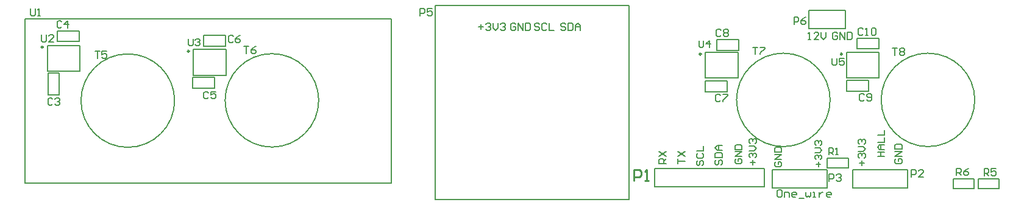
<source format=gto>
G04*
G04 #@! TF.GenerationSoftware,Altium Limited,Altium Designer,18.1.9 (240)*
G04*
G04 Layer_Color=65535*
%FSAX25Y25*%
%MOIN*%
G70*
G01*
G75*
%ADD10C,0.00984*%
%ADD11C,0.00787*%
%ADD12C,0.00591*%
%ADD13C,0.00630*%
%ADD14C,0.01000*%
D10*
X0154399Y0357081D02*
G03*
X0154399Y0357081I-0000492J0000000D01*
G01*
X0514299Y0353281D02*
G03*
X0514299Y0353281I-0000492J0000000D01*
G01*
X0591399D02*
G03*
X0591399Y0353281I-0000492J0000000D01*
G01*
X0234299Y0354881D02*
G03*
X0234299Y0354881I-0000492J0000000D01*
G01*
D11*
X0226290Y0327800D02*
G03*
X0226290Y0327800I-0025591J0000000D01*
G01*
X0584791Y0328200D02*
G03*
X0584791Y0328200I-0025591J0000000D01*
G01*
X0663891D02*
G03*
X0663891Y0328200I-0025591J0000000D01*
G01*
X0305100Y0327932D02*
G03*
X0305100Y0327932I-0025591J0000000D01*
G01*
X0368739Y0379800D02*
X0474881D01*
Y0273658D02*
Y0379800D01*
X0368739Y0273658D02*
X0474881D01*
X0368739D02*
Y0379800D01*
X0652083Y0279685D02*
Y0285000D01*
X0663500D01*
Y0279685D02*
Y0285000D01*
X0652083Y0279685D02*
X0663500D01*
X0665700Y0285015D02*
X0677117D01*
X0665700Y0279700D02*
Y0285015D01*
Y0279700D02*
X0677117D01*
Y0285015D01*
X0573300Y0367100D02*
Y0377100D01*
X0593300D01*
Y0367100D02*
Y0377100D01*
X0573300Y0367100D02*
X0593300D01*
X0553000Y0290000D02*
X0583000D01*
X0553000Y0280000D02*
Y0290000D01*
Y0280000D02*
X0583000D01*
Y0290000D01*
X0597300Y0279900D02*
X0627300D01*
Y0289900D01*
X0597300D02*
X0627300D01*
X0597300Y0279900D02*
Y0289900D01*
X0156742Y0343892D02*
X0174498D01*
X0156742Y0357987D02*
X0174498D01*
Y0343892D02*
Y0357987D01*
X0156742Y0343892D02*
Y0357987D01*
X0157147Y0330795D02*
Y0342842D01*
X0163092D01*
Y0330795D02*
Y0342842D01*
X0157147Y0330795D02*
X0163092D01*
X0162195Y0366053D02*
X0174242D01*
Y0360108D02*
Y0366053D01*
X0162195Y0360108D02*
X0174242D01*
X0162195D02*
Y0366053D01*
X0594706Y0290942D02*
Y0296257D01*
X0583289Y0290942D02*
X0594706D01*
X0583289D02*
Y0296257D01*
X0594706D01*
X0516558Y0332747D02*
X0528606D01*
X0516558D02*
Y0338692D01*
X0528606D01*
Y0332747D02*
Y0338692D01*
X0516642Y0340092D02*
X0534398D01*
X0516642Y0354187D02*
X0534398D01*
Y0340092D02*
Y0354187D01*
X0516642Y0340092D02*
Y0354187D01*
X0522694Y0361253D02*
X0534742D01*
Y0355308D02*
Y0361253D01*
X0522694Y0355308D02*
X0534742D01*
X0522694D02*
Y0361253D01*
X0593742Y0340092D02*
X0611498D01*
X0593742Y0354187D02*
X0611498D01*
Y0340092D02*
Y0354187D01*
X0593742Y0340092D02*
Y0354187D01*
X0599495Y0362053D02*
X0611542D01*
Y0356108D02*
Y0362053D01*
X0599495Y0356108D02*
X0611542D01*
X0599495D02*
Y0362053D01*
X0593758Y0332847D02*
X0605805D01*
X0593758D02*
Y0338792D01*
X0605805D01*
Y0332847D02*
Y0338792D01*
X0242094Y0363453D02*
X0254142D01*
Y0357508D02*
Y0363453D01*
X0242094Y0357508D02*
X0254142D01*
X0242094D02*
Y0363453D01*
X0236642Y0341692D02*
X0254398D01*
X0236642Y0355787D02*
X0254398D01*
Y0341692D02*
Y0355787D01*
X0236642Y0341692D02*
Y0355787D01*
X0236058Y0334647D02*
X0248106D01*
X0236058D02*
Y0340592D01*
X0248106D01*
Y0334647D02*
Y0340592D01*
X0144543Y0282500D02*
Y0372461D01*
X0344700D01*
Y0282500D02*
Y0372461D01*
X0144543Y0282500D02*
X0344700D01*
X0488800Y0280600D02*
X0548800D01*
X0488800Y0290600D02*
X0548800D01*
X0488800Y0280600D02*
Y0290600D01*
X0548800Y0280600D02*
Y0290600D01*
D12*
X0572700Y0361200D02*
X0574012D01*
X0573356D01*
Y0365136D01*
X0572700Y0364480D01*
X0578604Y0361200D02*
X0575980D01*
X0578604Y0363824D01*
Y0364480D01*
X0577948Y0365136D01*
X0576636D01*
X0575980Y0364480D01*
X0579916Y0365136D02*
Y0362512D01*
X0581227Y0361200D01*
X0582539Y0362512D01*
Y0365136D01*
X0557868Y0278936D02*
X0556556D01*
X0555900Y0278280D01*
Y0275656D01*
X0556556Y0275000D01*
X0557868D01*
X0558524Y0275656D01*
Y0278280D01*
X0557868Y0278936D01*
X0559836Y0275000D02*
Y0277624D01*
X0561804D01*
X0562460Y0276968D01*
Y0275000D01*
X0565739D02*
X0564427D01*
X0563771Y0275656D01*
Y0276968D01*
X0564427Y0277624D01*
X0565739D01*
X0566395Y0276968D01*
Y0276312D01*
X0563771D01*
X0567707Y0274344D02*
X0570331D01*
X0571643Y0277624D02*
Y0275656D01*
X0572299Y0275000D01*
X0572955Y0275656D01*
X0573611Y0275000D01*
X0574267Y0275656D01*
Y0277624D01*
X0575579Y0275000D02*
X0576891D01*
X0576235D01*
Y0277624D01*
X0575579D01*
X0578859D02*
Y0275000D01*
Y0276312D01*
X0579514Y0276968D01*
X0580170Y0277624D01*
X0580826D01*
X0584762Y0275000D02*
X0583450D01*
X0582794Y0275656D01*
Y0276968D01*
X0583450Y0277624D01*
X0584762D01*
X0585418Y0276968D01*
Y0276312D01*
X0582794D01*
X0578332Y0291500D02*
Y0294124D01*
X0577020Y0292812D02*
X0579644D01*
X0577020Y0295436D02*
X0576364Y0296092D01*
Y0297404D01*
X0577020Y0298060D01*
X0577676D01*
X0578332Y0297404D01*
Y0296748D01*
Y0297404D01*
X0578988Y0298060D01*
X0579644D01*
X0580300Y0297404D01*
Y0296092D01*
X0579644Y0295436D01*
X0576364Y0299372D02*
X0578988D01*
X0580300Y0300683D01*
X0578988Y0301995D01*
X0576364D01*
X0577020Y0303307D02*
X0576364Y0303963D01*
Y0305275D01*
X0577020Y0305931D01*
X0577676D01*
X0578332Y0305275D01*
Y0304619D01*
Y0305275D01*
X0578988Y0305931D01*
X0579644D01*
X0580300Y0305275D01*
Y0303963D01*
X0579644Y0303307D01*
X0555020Y0294224D02*
X0554364Y0293568D01*
Y0292256D01*
X0555020Y0291600D01*
X0557644D01*
X0558300Y0292256D01*
Y0293568D01*
X0557644Y0294224D01*
X0556332D01*
Y0292912D01*
X0558300Y0295536D02*
X0554364D01*
X0558300Y0298160D01*
X0554364D01*
Y0299471D02*
X0558300D01*
Y0301439D01*
X0557644Y0302095D01*
X0555020D01*
X0554364Y0301439D01*
Y0299471D01*
X0533320Y0295824D02*
X0532664Y0295168D01*
Y0293856D01*
X0533320Y0293200D01*
X0535944D01*
X0536600Y0293856D01*
Y0295168D01*
X0535944Y0295824D01*
X0534632D01*
Y0294512D01*
X0536600Y0297136D02*
X0532664D01*
X0536600Y0299760D01*
X0532664D01*
Y0301072D02*
X0536600D01*
Y0303039D01*
X0535944Y0303695D01*
X0533320D01*
X0532664Y0303039D01*
Y0301072D01*
X0588824Y0364480D02*
X0588168Y0365136D01*
X0586856D01*
X0586200Y0364480D01*
Y0361856D01*
X0586856Y0361200D01*
X0588168D01*
X0588824Y0361856D01*
Y0363168D01*
X0587512D01*
X0590136Y0361200D02*
Y0365136D01*
X0592760Y0361200D01*
Y0365136D01*
X0594071D02*
Y0361200D01*
X0596039D01*
X0596695Y0361856D01*
Y0364480D01*
X0596039Y0365136D01*
X0594071D01*
X0620920Y0296024D02*
X0620264Y0295368D01*
Y0294056D01*
X0620920Y0293400D01*
X0623544D01*
X0624200Y0294056D01*
Y0295368D01*
X0623544Y0296024D01*
X0622232D01*
Y0294712D01*
X0624200Y0297336D02*
X0620264D01*
X0624200Y0299960D01*
X0620264D01*
Y0301272D02*
X0624200D01*
Y0303239D01*
X0623544Y0303895D01*
X0620920D01*
X0620264Y0303239D01*
Y0301272D01*
X0412824Y0369580D02*
X0412168Y0370236D01*
X0410856D01*
X0410200Y0369580D01*
Y0366956D01*
X0410856Y0366300D01*
X0412168D01*
X0412824Y0366956D01*
Y0368268D01*
X0411512D01*
X0414136Y0366300D02*
Y0370236D01*
X0416760Y0366300D01*
Y0370236D01*
X0418072D02*
Y0366300D01*
X0420039D01*
X0420695Y0366956D01*
Y0369580D01*
X0420039Y0370236D01*
X0418072D01*
X0392600Y0368268D02*
X0395224D01*
X0393912Y0369580D02*
Y0366956D01*
X0396536Y0369580D02*
X0397192Y0370236D01*
X0398504D01*
X0399160Y0369580D01*
Y0368924D01*
X0398504Y0368268D01*
X0397848D01*
X0398504D01*
X0399160Y0367612D01*
Y0366956D01*
X0398504Y0366300D01*
X0397192D01*
X0396536Y0366956D01*
X0400471Y0370236D02*
Y0367612D01*
X0401783Y0366300D01*
X0403095Y0367612D01*
Y0370236D01*
X0404407Y0369580D02*
X0405063Y0370236D01*
X0406375D01*
X0407031Y0369580D01*
Y0368924D01*
X0406375Y0368268D01*
X0405719D01*
X0406375D01*
X0407031Y0367612D01*
Y0366956D01*
X0406375Y0366300D01*
X0405063D01*
X0404407Y0366956D01*
X0425824Y0369480D02*
X0425168Y0370136D01*
X0423856D01*
X0423200Y0369480D01*
Y0368824D01*
X0423856Y0368168D01*
X0425168D01*
X0425824Y0367512D01*
Y0366856D01*
X0425168Y0366200D01*
X0423856D01*
X0423200Y0366856D01*
X0429760Y0369480D02*
X0429104Y0370136D01*
X0427792D01*
X0427136Y0369480D01*
Y0366856D01*
X0427792Y0366200D01*
X0429104D01*
X0429760Y0366856D01*
X0431072Y0370136D02*
Y0366200D01*
X0433695D01*
X0440224Y0369480D02*
X0439568Y0370136D01*
X0438256D01*
X0437600Y0369480D01*
Y0368824D01*
X0438256Y0368168D01*
X0439568D01*
X0440224Y0367512D01*
Y0366856D01*
X0439568Y0366200D01*
X0438256D01*
X0437600Y0366856D01*
X0441536Y0370136D02*
Y0366200D01*
X0443504D01*
X0444160Y0366856D01*
Y0369480D01*
X0443504Y0370136D01*
X0441536D01*
X0445471Y0366200D02*
Y0368824D01*
X0446783Y0370136D01*
X0448095Y0368824D01*
Y0366200D01*
Y0368168D01*
X0445471D01*
X0522620Y0295224D02*
X0521964Y0294568D01*
Y0293256D01*
X0522620Y0292600D01*
X0523276D01*
X0523932Y0293256D01*
Y0294568D01*
X0524588Y0295224D01*
X0525244D01*
X0525900Y0294568D01*
Y0293256D01*
X0525244Y0292600D01*
X0521964Y0296536D02*
X0525900D01*
Y0298504D01*
X0525244Y0299160D01*
X0522620D01*
X0521964Y0298504D01*
Y0296536D01*
X0525900Y0300471D02*
X0523276D01*
X0521964Y0301783D01*
X0523276Y0303095D01*
X0525900D01*
X0523932D01*
Y0300471D01*
X0512320Y0294924D02*
X0511664Y0294268D01*
Y0292956D01*
X0512320Y0292300D01*
X0512976D01*
X0513632Y0292956D01*
Y0294268D01*
X0514288Y0294924D01*
X0514944D01*
X0515600Y0294268D01*
Y0292956D01*
X0514944Y0292300D01*
X0512320Y0298860D02*
X0511664Y0298204D01*
Y0296892D01*
X0512320Y0296236D01*
X0514944D01*
X0515600Y0296892D01*
Y0298204D01*
X0514944Y0298860D01*
X0511664Y0300171D02*
X0515600D01*
Y0302795D01*
X0542432Y0292500D02*
Y0295124D01*
X0541120Y0293812D02*
X0543744D01*
X0541120Y0296436D02*
X0540464Y0297092D01*
Y0298404D01*
X0541120Y0299060D01*
X0541776D01*
X0542432Y0298404D01*
Y0297748D01*
Y0298404D01*
X0543088Y0299060D01*
X0543744D01*
X0544400Y0298404D01*
Y0297092D01*
X0543744Y0296436D01*
X0540464Y0300372D02*
X0543088D01*
X0544400Y0301683D01*
X0543088Y0302995D01*
X0540464D01*
X0541120Y0304307D02*
X0540464Y0304963D01*
Y0306275D01*
X0541120Y0306931D01*
X0541776D01*
X0542432Y0306275D01*
Y0305619D01*
Y0306275D01*
X0543088Y0306931D01*
X0543744D01*
X0544400Y0306275D01*
Y0304963D01*
X0543744Y0304307D01*
X0602232Y0292200D02*
Y0294824D01*
X0600920Y0293512D02*
X0603544D01*
X0600920Y0296136D02*
X0600264Y0296792D01*
Y0298104D01*
X0600920Y0298760D01*
X0601576D01*
X0602232Y0298104D01*
Y0297448D01*
Y0298104D01*
X0602888Y0298760D01*
X0603544D01*
X0604200Y0298104D01*
Y0296792D01*
X0603544Y0296136D01*
X0600264Y0300072D02*
X0602888D01*
X0604200Y0301383D01*
X0602888Y0302695D01*
X0600264D01*
X0600920Y0304007D02*
X0600264Y0304663D01*
Y0305975D01*
X0600920Y0306631D01*
X0601576D01*
X0602232Y0305975D01*
Y0305319D01*
Y0305975D01*
X0602888Y0306631D01*
X0603544D01*
X0604200Y0305975D01*
Y0304663D01*
X0603544Y0304007D01*
X0610664Y0297100D02*
X0614600D01*
X0612632D01*
Y0299724D01*
X0610664D01*
X0614600D01*
Y0301036D02*
X0611976D01*
X0610664Y0302348D01*
X0611976Y0303660D01*
X0614600D01*
X0612632D01*
Y0301036D01*
X0610664Y0304972D02*
X0614600D01*
Y0307595D01*
X0610664Y0308907D02*
X0614600D01*
Y0311531D01*
X0495100Y0293200D02*
X0491164D01*
Y0295168D01*
X0491820Y0295824D01*
X0493132D01*
X0493788Y0295168D01*
Y0293200D01*
Y0294512D02*
X0495100Y0295824D01*
X0491164Y0297136D02*
X0495100Y0299760D01*
X0491164D02*
X0495100Y0297136D01*
X0501464Y0293300D02*
Y0295924D01*
Y0294612D01*
X0505400D01*
X0501464Y0297236D02*
X0505400Y0299860D01*
X0501464D02*
X0505400Y0297236D01*
X0653800Y0286800D02*
Y0290736D01*
X0655768D01*
X0656424Y0290080D01*
Y0288768D01*
X0655768Y0288112D01*
X0653800D01*
X0655112D02*
X0656424Y0286800D01*
X0660360Y0290736D02*
X0659048Y0290080D01*
X0657736Y0288768D01*
Y0287456D01*
X0658392Y0286800D01*
X0659704D01*
X0660360Y0287456D01*
Y0288112D01*
X0659704Y0288768D01*
X0657736D01*
X0669000Y0286500D02*
Y0290436D01*
X0670968D01*
X0671624Y0289780D01*
Y0288468D01*
X0670968Y0287812D01*
X0669000D01*
X0670312D02*
X0671624Y0286500D01*
X0675560Y0290436D02*
X0672936D01*
Y0288468D01*
X0674248Y0289124D01*
X0674904D01*
X0675560Y0288468D01*
Y0287156D01*
X0674904Y0286500D01*
X0673592D01*
X0672936Y0287156D01*
X0565000Y0369500D02*
Y0373436D01*
X0566968D01*
X0567624Y0372780D01*
Y0371468D01*
X0566968Y0370812D01*
X0565000D01*
X0571560Y0373436D02*
X0570248Y0372780D01*
X0568936Y0371468D01*
Y0370156D01*
X0569592Y0369500D01*
X0570904D01*
X0571560Y0370156D01*
Y0370812D01*
X0570904Y0371468D01*
X0568936D01*
X0360500Y0374300D02*
Y0378236D01*
X0362468D01*
X0363124Y0377580D01*
Y0376268D01*
X0362468Y0375612D01*
X0360500D01*
X0367060Y0378236D02*
X0364436D01*
Y0376268D01*
X0365748Y0376924D01*
X0366404D01*
X0367060Y0376268D01*
Y0374956D01*
X0366404Y0374300D01*
X0365092D01*
X0364436Y0374956D01*
X0584300Y0283500D02*
Y0287436D01*
X0586268D01*
X0586924Y0286780D01*
Y0285468D01*
X0586268Y0284812D01*
X0584300D01*
X0588236Y0286780D02*
X0588892Y0287436D01*
X0590204D01*
X0590860Y0286780D01*
Y0286124D01*
X0590204Y0285468D01*
X0589548D01*
X0590204D01*
X0590860Y0284812D01*
Y0284156D01*
X0590204Y0283500D01*
X0588892D01*
X0588236Y0284156D01*
X0629100Y0285900D02*
Y0289836D01*
X0631068D01*
X0631724Y0289180D01*
Y0287868D01*
X0631068Y0287212D01*
X0629100D01*
X0635660Y0285900D02*
X0633036D01*
X0635660Y0288524D01*
Y0289180D01*
X0635004Y0289836D01*
X0633692D01*
X0633036Y0289180D01*
X0584000Y0298100D02*
Y0302036D01*
X0585968D01*
X0586624Y0301380D01*
Y0300068D01*
X0585968Y0299412D01*
X0584000D01*
X0585312D02*
X0586624Y0298100D01*
X0587936D02*
X0589248D01*
X0588592D01*
Y0302036D01*
X0587936Y0301380D01*
X0159624Y0328580D02*
X0158968Y0329236D01*
X0157656D01*
X0157000Y0328580D01*
Y0325956D01*
X0157656Y0325300D01*
X0158968D01*
X0159624Y0325956D01*
X0160936Y0328580D02*
X0161592Y0329236D01*
X0162904D01*
X0163560Y0328580D01*
Y0327924D01*
X0162904Y0327268D01*
X0162248D01*
X0162904D01*
X0163560Y0326612D01*
Y0325956D01*
X0162904Y0325300D01*
X0161592D01*
X0160936Y0325956D01*
X0164624Y0370780D02*
X0163968Y0371436D01*
X0162656D01*
X0162000Y0370780D01*
Y0368156D01*
X0162656Y0367500D01*
X0163968D01*
X0164624Y0368156D01*
X0167904Y0367500D02*
Y0371436D01*
X0165936Y0369468D01*
X0168560D01*
X0244824Y0332080D02*
X0244168Y0332736D01*
X0242856D01*
X0242200Y0332080D01*
Y0329456D01*
X0242856Y0328800D01*
X0244168D01*
X0244824Y0329456D01*
X0248760Y0332736D02*
X0246136D01*
Y0330768D01*
X0247448Y0331424D01*
X0248104D01*
X0248760Y0330768D01*
Y0329456D01*
X0248104Y0328800D01*
X0246792D01*
X0246136Y0329456D01*
X0258324Y0362880D02*
X0257668Y0363536D01*
X0256356D01*
X0255700Y0362880D01*
Y0360256D01*
X0256356Y0359600D01*
X0257668D01*
X0258324Y0360256D01*
X0262260Y0363536D02*
X0260948Y0362880D01*
X0259636Y0361568D01*
Y0360256D01*
X0260292Y0359600D01*
X0261604D01*
X0262260Y0360256D01*
Y0360912D01*
X0261604Y0361568D01*
X0259636D01*
X0524824Y0330680D02*
X0524168Y0331336D01*
X0522856D01*
X0522200Y0330680D01*
Y0328056D01*
X0522856Y0327400D01*
X0524168D01*
X0524824Y0328056D01*
X0526136Y0331336D02*
X0528760D01*
Y0330680D01*
X0526136Y0328056D01*
Y0327400D01*
X0525224Y0366180D02*
X0524568Y0366836D01*
X0523256D01*
X0522600Y0366180D01*
Y0363556D01*
X0523256Y0362900D01*
X0524568D01*
X0525224Y0363556D01*
X0526536Y0366180D02*
X0527192Y0366836D01*
X0528504D01*
X0529160Y0366180D01*
Y0365524D01*
X0528504Y0364868D01*
X0529160Y0364212D01*
Y0363556D01*
X0528504Y0362900D01*
X0527192D01*
X0526536Y0363556D01*
Y0364212D01*
X0527192Y0364868D01*
X0526536Y0365524D01*
Y0366180D01*
X0527192Y0364868D02*
X0528504D01*
X0603424Y0330780D02*
X0602768Y0331436D01*
X0601456D01*
X0600800Y0330780D01*
Y0328156D01*
X0601456Y0327500D01*
X0602768D01*
X0603424Y0328156D01*
X0604736D02*
X0605392Y0327500D01*
X0606704D01*
X0607360Y0328156D01*
Y0330780D01*
X0606704Y0331436D01*
X0605392D01*
X0604736Y0330780D01*
Y0330124D01*
X0605392Y0329468D01*
X0607360D01*
X0602724Y0366780D02*
X0602068Y0367436D01*
X0600756D01*
X0600100Y0366780D01*
Y0364156D01*
X0600756Y0363500D01*
X0602068D01*
X0602724Y0364156D01*
X0604036Y0363500D02*
X0605348D01*
X0604692D01*
Y0367436D01*
X0604036Y0366780D01*
X0607315D02*
X0607971Y0367436D01*
X0609283D01*
X0609939Y0366780D01*
Y0364156D01*
X0609283Y0363500D01*
X0607971D01*
X0607315Y0364156D01*
Y0366780D01*
X0182700Y0354836D02*
X0185324D01*
X0184012D01*
Y0350900D01*
X0189260Y0354836D02*
X0186636D01*
Y0352868D01*
X0187948Y0353524D01*
X0188604D01*
X0189260Y0352868D01*
Y0351556D01*
X0188604Y0350900D01*
X0187292D01*
X0186636Y0351556D01*
X0264200Y0357436D02*
X0266824D01*
X0265512D01*
Y0353500D01*
X0270760Y0357436D02*
X0269448Y0356780D01*
X0268136Y0355468D01*
Y0354156D01*
X0268792Y0353500D01*
X0270104D01*
X0270760Y0354156D01*
Y0354812D01*
X0270104Y0355468D01*
X0268136D01*
X0542500Y0357036D02*
X0545124D01*
X0543812D01*
Y0353100D01*
X0546436Y0357036D02*
X0549060D01*
Y0356380D01*
X0546436Y0353756D01*
Y0353100D01*
X0618800Y0356636D02*
X0621424D01*
X0620112D01*
Y0352700D01*
X0622736Y0355980D02*
X0623392Y0356636D01*
X0624704D01*
X0625360Y0355980D01*
Y0355324D01*
X0624704Y0354668D01*
X0625360Y0354012D01*
Y0353356D01*
X0624704Y0352700D01*
X0623392D01*
X0622736Y0353356D01*
Y0354012D01*
X0623392Y0354668D01*
X0622736Y0355324D01*
Y0355980D01*
X0623392Y0354668D02*
X0624704D01*
X0153500Y0363936D02*
Y0360656D01*
X0154156Y0360000D01*
X0155468D01*
X0156124Y0360656D01*
Y0363936D01*
X0160060Y0360000D02*
X0157436D01*
X0160060Y0362624D01*
Y0363280D01*
X0159404Y0363936D01*
X0158092D01*
X0157436Y0363280D01*
X0233700Y0361736D02*
Y0358456D01*
X0234356Y0357800D01*
X0235668D01*
X0236324Y0358456D01*
Y0361736D01*
X0237636Y0361080D02*
X0238292Y0361736D01*
X0239604D01*
X0240260Y0361080D01*
Y0360424D01*
X0239604Y0359768D01*
X0238948D01*
X0239604D01*
X0240260Y0359112D01*
Y0358456D01*
X0239604Y0357800D01*
X0238292D01*
X0237636Y0358456D01*
X0513000Y0360736D02*
Y0357456D01*
X0513656Y0356800D01*
X0514968D01*
X0515624Y0357456D01*
Y0360736D01*
X0518904Y0356800D02*
Y0360736D01*
X0516936Y0358768D01*
X0519560D01*
X0585900Y0351036D02*
Y0347756D01*
X0586556Y0347100D01*
X0587868D01*
X0588524Y0347756D01*
Y0351036D01*
X0592460D02*
X0589836D01*
Y0349068D01*
X0591148Y0349724D01*
X0591804D01*
X0592460Y0349068D01*
Y0347756D01*
X0591804Y0347100D01*
X0590492D01*
X0589836Y0347756D01*
D13*
X0147600Y0378336D02*
Y0375056D01*
X0148256Y0374400D01*
X0149568D01*
X0150224Y0375056D01*
Y0378336D01*
X0151536Y0374400D02*
X0152848D01*
X0152192D01*
Y0378336D01*
X0151536Y0377680D01*
D14*
X0477600Y0283900D02*
Y0289898D01*
X0480599D01*
X0481599Y0288898D01*
Y0286899D01*
X0480599Y0285899D01*
X0477600D01*
X0483598Y0283900D02*
X0485597D01*
X0484598D01*
Y0289898D01*
X0483598Y0288898D01*
M02*

</source>
